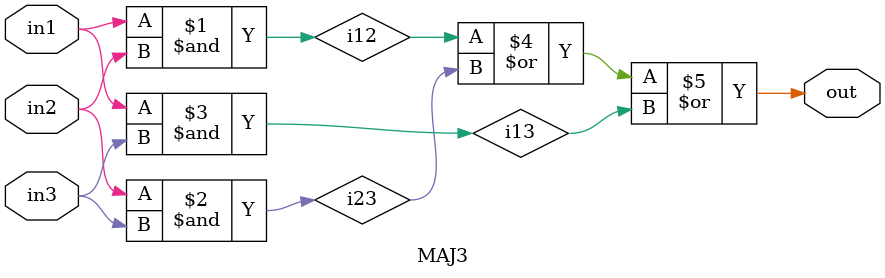
<source format=sv>
/* 3-input Majority gate.
 *
 *
 */
 /* verilator lint_off DECLFILENAME */
module MAJ3 (
    input  wire in1,
    input  wire in2,
    input  wire in3,
    output wire out
);

    wire i12, i23, i13;

    and _and12(i12, in1, in2);
    and _and23(i23, in2, in3);
    and _and13(i13, in1, in3);

    or _or12_23_13(out, i12, i23, i13);

endmodule
/* verilator lint_on DECLFILENAME */

</source>
